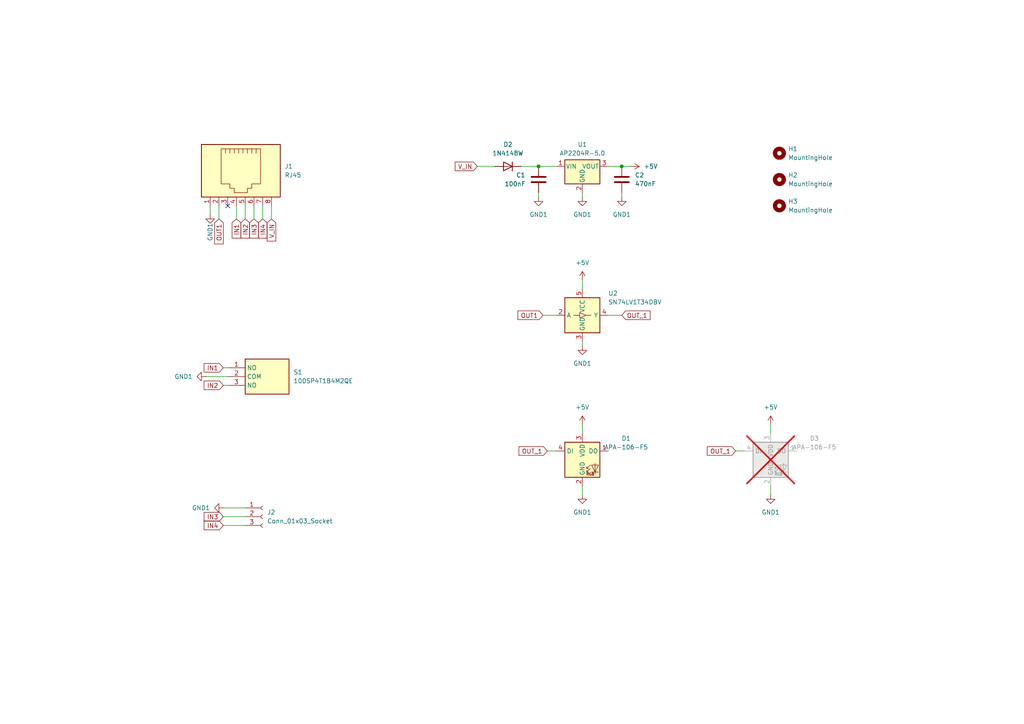
<source format=kicad_sch>
(kicad_sch (version 20230121) (generator eeschema)
  (paper "A4")
  (title_block (title "BugWiper 2.0 Control Panel PCB") (date "2025-01-27") (company "M. Scholjegerdes"))
  (lib_symbols
    (symbol "BugWiper_Lib:100SP4T1B4M2QE"
      (property "Reference" "S" (at 19.05 7.62 0))
      (property "Value" "100SP4T1B4M2QE" (at 19.05 5.08 0))
      (symbol "100SP4T1B4M2QE_1_1"
        (rectangle (start 5.08 2.54) (end 17.78 -7.62) (stroke (width 0.254)) (fill (type background)))
        (pin passive line (at 0 0 0) (length 5.08) (name "NO") (number "1"))
        (pin passive line (at 0 -2.54 0) (length 5.08) (name "COM") (number "2"))
        (pin passive line (at 0 -5.08 0) (length 5.08) (name "NO") (number "3"))
      )
    )
    (symbol "Connector:Conn_01x03_Socket" (pin_names (offset 1.016) hide)
      (property "Reference" "J" (at 0 5.08 0))
      (property "Value" "Conn_01x03_Socket" (at 0 -5.08 0))
      (symbol "Conn_01x03_Socket_1_1"
        (arc (start 0 -2.032) (mid -0.5058 -2.54) (end 0 -3.048) (stroke (width 0.1524)))
        (polyline (pts (xy -1.27 -2.54) (xy -0.508 -2.54)) (stroke (width 0.1524)))
        (polyline (pts (xy -1.27 0) (xy -0.508 0)) (stroke (width 0.1524)))
        (polyline (pts (xy -1.27 2.54) (xy -0.508 2.54)) (stroke (width 0.1524)))
        (arc (start 0 0.508) (mid -0.5058 0) (end 0 -0.508) (stroke (width 0.1524)))
        (arc (start 0 3.048) (mid -0.5058 2.54) (end 0 2.032) (stroke (width 0.1524)))
        (pin passive line (at -5.08 2.54 0) (length 3.81) (name "Pin_1") (number "1"))
        (pin passive line (at -5.08 0 0) (length 3.81) (name "Pin_2") (number "2"))
        (pin passive line (at -5.08 -2.54 0) (length 3.81) (name "Pin_3") (number "3"))
      )
    )
    (symbol "Connector:RJ45" (pin_names (offset 1.016))
      (property "Reference" "J" (at -5.08 13.97 0))
      (property "Value" "RJ45" (at 2.54 13.97 0))
      (symbol "RJ45_0_1"
        (polyline (pts (xy -5.08 4.445) (xy -6.35 4.445)))
        (polyline (pts (xy -5.08 5.715) (xy -6.35 5.715)))
        (polyline (pts (xy -6.35 -3.175) (xy -5.08 -3.175) (xy -5.08 -3.175)))
        (polyline (pts (xy -6.35 -1.905) (xy -5.08 -1.905) (xy -5.08 -1.905)))
        (polyline (pts (xy -6.35 -0.635) (xy -5.08 -0.635) (xy -5.08 -0.635)))
        (polyline (pts (xy -6.35 0.635) (xy -5.08 0.635) (xy -5.08 0.635)))
        (polyline (pts (xy -6.35 1.905) (xy -5.08 1.905) (xy -5.08 1.905)))
        (polyline (pts (xy -5.08 3.175) (xy -6.35 3.175) (xy -6.35 3.175)))
        (polyline (pts (xy -6.35 -4.445) (xy -6.35 6.985) (xy 3.81 6.985) (xy 3.81 4.445) (xy 5.08 4.445) (xy 5.08 3.175) (xy 6.35 3.175) (xy 6.35 -0.635) (xy 5.08 -0.635) (xy 5.08 -1.905) (xy 3.81 -1.905) (xy 3.81 -4.445) (xy -6.35 -4.445) (xy -6.35 -4.445)))
        (rectangle (start 7.62 12.7) (end -7.62 -10.16) (stroke (width 0.254)) (fill (type background)))
      )
      (symbol "RJ45_1_1"
        (pin passive line (at 10.16 -7.62 180) (length 2.54) (name "~") (number "1"))
        (pin passive line (at 10.16 -5.08 180) (length 2.54) (name "~") (number "2"))
        (pin passive line (at 10.16 -2.54 180) (length 2.54) (name "~") (number "3"))
        (pin passive line (at 10.16 0 180) (length 2.54) (name "~") (number "4"))
        (pin passive line (at 10.16 2.54 180) (length 2.54) (name "~") (number "5"))
        (pin passive line (at 10.16 5.08 180) (length 2.54) (name "~") (number "6"))
        (pin passive line (at 10.16 7.62 180) (length 2.54) (name "~") (number "7"))
        (pin passive line (at 10.16 10.16 180) (length 2.54) (name "~") (number "8"))
      )
    )
    (symbol "Device:C" (pin_numbers hide) (pin_names (offset 0.254))
      (property "Reference" "C" (at 0.635 2.54 0))
      (property "Value" "C" (at 0.635 -2.54 0))
      (symbol "C_0_1"
        (polyline (pts (xy -2.032 -0.762) (xy 2.032 -0.762)) (stroke (width 0.508)))
        (polyline (pts (xy -2.032 0.762) (xy 2.032 0.762)) (stroke (width 0.508)))
      )
      (symbol "C_1_1"
        (pin passive line (at 0 3.81 270) (length 2.794) (name "~") (number "1"))
        (pin passive line (at 0 -3.81 90) (length 2.794) (name "~") (number "2"))
      )
    )
    (symbol "Diode:1N4148W" (pin_numbers hide) (pin_names hide)
      (property "Reference" "D" (at 0 2.54 0))
      (property "Value" "1N4148W" (at 0 -2.54 0))
      (symbol "1N4148W_0_1"
        (polyline (pts (xy -1.27 1.27) (xy -1.27 -1.27)) (stroke (width 0.254)))
        (polyline (pts (xy 1.27 0) (xy -1.27 0)))
        (polyline (pts (xy 1.27 1.27) (xy 1.27 -1.27) (xy -1.27 0) (xy 1.27 1.27)) (stroke (width 0.254)))
      )
      (symbol "1N4148W_1_1"
        (pin passive line (at -3.81 0 0) (length 2.54) (name "K") (number "1"))
        (pin passive line (at 3.81 0 180) (length 2.54) (name "A") (number "2"))
      )
    )
    (symbol "LED:APA-106-F5"
      (property "Reference" "D" (at 5.08 5.715 0))
      (property "Value" "APA-106-F5" (at 1.27 -5.715 0))
      (symbol "APA-106-F5_0_0"
        (text "RGB" (at 2.286 -4.191 0) (effects (font (size 0.762 0.762))))
      )
      (symbol "APA-106-F5_0_1"
        (polyline (pts (xy 1.27 -3.556) (xy 1.778 -3.556)))
        (polyline (pts (xy 1.27 -2.54) (xy 1.778 -2.54)))
        (polyline (pts (xy 4.699 -3.556) (xy 2.667 -3.556)))
        (polyline (pts (xy 2.286 -2.54) (xy 1.27 -3.556) (xy 1.27 -3.048)))
        (polyline (pts (xy 2.286 -1.524) (xy 1.27 -2.54) (xy 1.27 -2.032)))
        (polyline (pts (xy 3.683 -1.016) (xy 3.683 -3.556) (xy 3.683 -4.064)))
        (polyline (pts (xy 4.699 -1.524) (xy 2.667 -1.524) (xy 3.683 -3.556) (xy 4.699 -1.524)))
        (rectangle (start 5.08 5.08) (end -5.08 -5.08) (stroke (width 0.254)) (fill (type background)))
      )
      (symbol "APA-106-F5_1_1"
        (pin output line (at 7.62 2.54 180) (length 2.54) (name "DO") (number "1"))
        (pin power_in line (at 0 -7.62 90) (length 2.54) (name "GND") (number "2"))
        (pin power_in line (at 0 7.62 270) (length 2.54) (name "VDD") (number "3"))
        (pin input line (at -7.62 2.54 0) (length 2.54) (name "DI") (number "4"))
      )
    )
    (symbol "Logic_LevelTranslator:SN74LV1T34DBV"
      (property "Reference" "U" (at 5.08 6.35 0))
      (property "Value" "SN74LV1T34DBV" (at 5.08 3.81 0))
      (symbol "SN74LV1T34DBV_0_1"
        (rectangle (start -5.08 5.08) (end 5.08 -5.08) (stroke (width 0.254)) (fill (type background)))
        (polyline (pts (xy -0.762 0) (xy -2.54 0)))
        (polyline (pts (xy 1.016 0) (xy 2.54 0)))
      )
      (symbol "SN74LV1T34DBV_1_1"
        (polyline (pts (xy -0.762 -0.762) (xy -0.762 0.762) (xy 1.016 0) (xy -0.762 -0.762)))
        (pin no_connect line (at -5.08 2.54 0) (length 2.54) hide (name "NC") (number "1"))
        (pin input line (at -7.62 0 0) (length 2.54) (name "A") (number "2"))
        (pin power_in line (at 0 -7.62 90) (length 2.54) (name "GND") (number "3"))
        (pin output line (at 7.62 0 180) (length 2.54) (name "Y") (number "4"))
        (pin power_in line (at 0 7.62 270) (length 2.54) (name "VCC") (number "5"))
      )
    )
    (symbol "Mechanical:MountingHole" (pin_names (offset 1.016))
      (property "Reference" "H" (at 0 5.08 0))
      (property "Value" "MountingHole" (at 0 3.175 0))
      (symbol "MountingHole_0_1"
        (circle (center 0 0) (radius 1.27) (stroke (width 1.27)))
      )
    )
    (symbol "Regulator_Linear:AP2204R-5.0" (pin_names (offset 0.254))
      (property "Reference" "U" (at -5.08 3.175 0))
      (property "Value" "AP2204R-5.0" (at 0 3.175 0))
      (symbol "AP2204R-5.0_0_1"
        (rectangle (start -5.08 1.905) (end 5.08 -5.08) (stroke (width 0.254)) (fill (type background)))
      )
      (symbol "AP2204R-5.0_1_1"
        (pin power_in line (at -7.62 0 0) (length 2.54) (name "VIN") (number "1"))
        (pin power_in line (at 0 -7.62 90) (length 2.54) (name "GND") (number "2"))
        (pin power_out line (at 7.62 0 180) (length 2.54) (name "VOUT") (number "3"))
      )
    )
    (symbol "power:+5V" (power) (pin_names (offset 0))
      (property "Value" "+5V" (at 0 3.556 0))
      (symbol "+5V_0_1"
        (polyline (pts (xy -0.762 1.27) (xy 0 2.54)))
        (polyline (pts (xy 0 0) (xy 0 2.54)))
        (polyline (pts (xy 0 2.54) (xy 0.762 1.27)))
      )
      (symbol "+5V_1_1"
        (pin power_in line (at 0 0 90) (length 0) hide (name "+5V") (number "1"))
      )
    )
    (symbol "power:GND1" (power) (pin_names (offset 0))
      (property "Value" "GND1" (at 0 -3.81 0))
      (symbol "GND1_0_1"
        (polyline (pts (xy 0 0) (xy 0 -1.27) (xy 1.27 -1.27) (xy 0 -2.54) (xy -1.27 -1.27) (xy 0 -1.27)))
      )
      (symbol "GND1_1_1"
        (pin power_in line (at 0 0 270) (length 0) hide (name "GND1") (number "1"))
      )
    )
  )
  (junction (at 180.34 48.26))
  (junction (at 156.21 48.26))
  (no_connect (at 66.04 59.69))
  (wire (pts (xy 138.43 48.26) (xy 143.51 48.26)))
  (wire (pts (xy 213.36 130.81) (xy 215.9 130.81)))
  (wire (pts (xy 78.74 59.69) (xy 78.74 63.5)))
  (wire (pts (xy 63.5 59.69) (xy 63.5 63.5)))
  (wire (pts (xy 180.34 55.88) (xy 180.34 57.15)))
  (wire (pts (xy 180.34 48.26) (xy 182.88 48.26)))
  (wire (pts (xy 158.75 130.81) (xy 161.29 130.81)))
  (wire (pts (xy 223.52 123.19) (xy 223.52 125.73)))
  (wire (pts (xy 64.77 152.4) (xy 71.12 152.4)))
  (wire (pts (xy 64.77 111.76) (xy 66.04 111.76)))
  (wire (pts (xy 71.12 59.69) (xy 71.12 63.5)))
  (wire (pts (xy 151.13 48.26) (xy 156.21 48.26)))
  (wire (pts (xy 156.21 55.88) (xy 156.21 57.15)))
  (wire (pts (xy 73.66 59.69) (xy 73.66 63.5)))
  (wire (pts (xy 168.91 55.88) (xy 168.91 57.15)))
  (wire (pts (xy 59.69 109.22) (xy 66.04 109.22)))
  (wire (pts (xy 223.52 140.97) (xy 223.52 143.51)))
  (wire (pts (xy 68.58 59.69) (xy 68.58 63.5)))
  (wire (pts (xy 168.91 99.06) (xy 168.91 100.33)))
  (wire (pts (xy 176.53 48.26) (xy 180.34 48.26)))
  (wire (pts (xy 168.91 81.28) (xy 168.91 83.82)))
  (wire (pts (xy 64.77 147.32) (xy 71.12 147.32)))
  (wire (pts (xy 64.77 149.86) (xy 71.12 149.86)))
  (wire (pts (xy 60.96 59.69) (xy 60.96 62.23)))
  (wire (pts (xy 176.53 91.44) (xy 180.34 91.44)))
  (wire (pts (xy 76.2 59.69) (xy 76.2 63.5)))
  (wire (pts (xy 168.91 123.19) (xy 168.91 125.73)))
  (wire (pts (xy 156.21 48.26) (xy 161.29 48.26)))
  (wire (pts (xy 168.91 140.97) (xy 168.91 143.51)))
  (wire (pts (xy 64.77 106.68) (xy 66.04 106.68)))
  (wire (pts (xy 157.48 91.44) (xy 161.29 91.44)))
  (global_label "IN4" (shape input) (at 64.77 152.4 180) (property "Intersheetrefs" "${INTERSHEET_REFS}" (effects hide)))
  (global_label "OUT_1" (shape input) (at 158.75 130.81 180) (property "Intersheetrefs" "${INTERSHEET_REFS}" (effects hide)))
  (global_label "V_IN" (shape input) (at 138.43 48.26 180) (property "Intersheetrefs" "${INTERSHEET_REFS}" (effects hide)))
  (global_label "OUT1" (shape input) (at 63.5 63.5 270) (property "Intersheetrefs" "${INTERSHEET_REFS}" (effects hide)))
  (global_label "IN2" (shape input) (at 71.12 63.5 270) (property "Intersheetrefs" "${INTERSHEET_REFS}" (effects hide)))
  (global_label "IN4" (shape input) (at 76.2 63.5 270) (property "Intersheetrefs" "${INTERSHEET_REFS}" (effects hide)))
  (global_label "OUT_1" (shape input) (at 180.34 91.44 0) (property "Intersheetrefs" "${INTERSHEET_REFS}" (effects hide)))
  (global_label "IN1" (shape input) (at 64.77 106.68 180) (property "Intersheetrefs" "${INTERSHEET_REFS}" (effects hide)))
  (global_label "OUT_1" (shape input) (at 213.36 130.81 180) (property "Intersheetrefs" "${INTERSHEET_REFS}" (effects hide)))
  (global_label "V_IN" (shape input) (at 78.74 63.5 270) (property "Intersheetrefs" "${INTERSHEET_REFS}" (effects hide)))
  (global_label "IN3" (shape input) (at 73.66 63.5 270) (property "Intersheetrefs" "${INTERSHEET_REFS}" (effects hide)))
  (global_label "IN3" (shape input) (at 64.77 149.86 180) (property "Intersheetrefs" "${INTERSHEET_REFS}" (effects hide)))
  (global_label "IN1" (shape input) (at 68.58 63.5 270) (property "Intersheetrefs" "${INTERSHEET_REFS}" (effects hide)))
  (global_label "OUT1" (shape input) (at 157.48 91.44 180) (property "Intersheetrefs" "${INTERSHEET_REFS}" (effects hide)))
  (global_label "IN2" (shape input) (at 64.77 111.76 180) (property "Intersheetrefs" "${INTERSHEET_REFS}" (effects hide)))
  (symbol (lib_id "BugWiper_Lib:100SP4T1B4M2QE") (at 66.04 106.68 0) (unit 1)
    (property "Reference" "S1" (at 85.09 107.95 0) (effects (justify left)))
    (property "Value" "100SP4T1B4M2QE" (at 85.09 110.49 0) (effects (justify left)))
    (property "Footprint" "100SP4T1B4M2QE" (effects hide))
    (property "Datasheet" "https://componentsearchengine.com/Datasheets/1/100SP4T1B4M2QE.pdf" (effects hide))
    (property "Height" "28.44" (effects hide))
    (property "Mouser Part Number" "612-100SP4T1B4M2QE" (effects hide))
    (property "Mouser Price/Stock" "https://www.mouser.com/Search/Refine.aspx?Keyword=612-100SP4T1B4M2QE" (effects hide))
    (property "Manufacturer_Name" "E-Switch" (effects hide))
    (property "Manufacturer_Part_Number" "100SP4T1B4M2QE" (effects hide))
  )
  (symbol (lib_id "power:GND1") (at 59.69 109.22 270) (unit 1)
    (property "Reference" "#PWR01" (effects hide))
    (property "Value" "GND1" (at 55.88 109.22 90) (effects (justify right)))
  )
  (symbol (lib_id "power:GND1") (at 223.52 143.51 0) (unit 1)
    (property "Reference" "#PWR08" (effects hide))
    (property "Value" "GND1" (at 223.52 148.59 0))
  )
  (symbol (lib_id "power:GND1") (at 168.91 57.15 0) (unit 1)
    (property "Reference" "#PWR05" (effects hide))
    (property "Value" "GND1" (at 168.91 62.23 0))
  )
  (symbol (lib_id "power:+5V") (at 223.52 123.19 0) (unit 1)
    (property "Reference" "#PWR07" (effects hide))
    (property "Value" "+5V" (at 223.52 118.11 0))
  )
  (symbol (lib_id "Logic_LevelTranslator:SN74LV1T34DBV") (at 168.91 91.44 0) (unit 1)
    (property "Reference" "U2" (at 177.8 85.09 0))
    (property "Value" "SN74LV1T34DBV" (at 184.15 87.63 0))
    (property "Footprint" "Package_TO_SOT_SMD:SOT-23-5" (effects hide))
    (property "Datasheet" "https://www.ti.com/lit/ds/symlink/sn74lv1t34.pdf" (effects hide))
  )
  (symbol (lib_id "power:GND1") (at 168.91 143.51 0) (unit 1)
    (property "Reference" "#PWR04" (effects hide))
    (property "Value" "GND1" (at 168.91 148.59 0))
  )
  (symbol (lib_id "Mechanical:MountingHole") (at 226.06 44.45 0) (unit 1)
    (property "Reference" "H1" (at 228.6 43.18 0) (effects (justify left)))
    (property "Value" "MountingHole" (at 228.6 45.72 0) (effects (justify left)))
    (property "Footprint" "MountingHole:MountingHole_2.2mm_M2_DIN965" (effects hide))
  )
  (symbol (lib_id "Connector:Conn_01x03_Socket") (at 76.2 149.86 0) (unit 1)
    (property "Reference" "J2" (at 77.47 148.59 0) (effects (justify left)))
    (property "Value" "Conn_01x03_Socket" (at 77.47 151.13 0) (effects (justify left)))
    (property "Footprint" "Connector_PinHeader_2.54mm:PinHeader_1x03_P2.54mm_Vertical" (effects hide))
  )
  (symbol (lib_id "LED:APA-106-F5") (at 168.91 133.35 0) (unit 1)
    (property "Reference" "D1" (at 181.61 127.1621 0))
    (property "Value" "APA-106-F5" (at 181.61 129.7021 0))
    (property "Footprint" "LED_THT:LED_D5.0mm-4_RGB" (effects hide))
    (property "Datasheet" "https://cdn.sparkfun.com/datasheets/Components/LED/COM-12877.pdf" (effects hide))
  )
  (symbol (lib_id "LED:APA-106-F5") (at 223.52 133.35 0) (unit 1) (dnp yes)
    (property "Reference" "D3" (at 236.22 127.1621 0))
    (property "Value" "APA-106-F5" (at 236.22 129.7021 0))
    (property "Footprint" "LED_THT:LED_D5.0mm-4_RGB" (effects hide))
    (property "Datasheet" "https://cdn.sparkfun.com/datasheets/Components/LED/COM-12877.pdf" (effects hide))
  )
  (symbol (lib_id "power:GND1") (at 168.91 100.33 0) (unit 1)
    (property "Reference" "#PWR012" (effects hide))
    (property "Value" "GND1" (at 168.91 105.41 0))
  )
  (symbol (lib_id "Diode:1N4148W") (at 147.32 48.26 180) (unit 1)
    (property "Reference" "D2" (at 147.32 41.91 0))
    (property "Value" "1N4148W" (at 147.32 44.45 0))
    (property "Footprint" "Diode_SMD:D_SOD-123" (effects hide))
    (property "Datasheet" "https://www.vishay.com/docs/85748/1n4148w.pdf" (effects hide))
    (property "Sim.Device" "D" (effects hide))
    (property "Sim.Pins" "1=K 2=A" (effects hide))
  )
  (symbol (lib_id "power:+5V") (at 182.88 48.26 270) (unit 1)
    (property "Reference" "#PWR02" (effects hide))
    (property "Value" "+5V" (at 186.69 48.26 90) (effects (justify left)))
  )
  (symbol (lib_id "Device:C") (at 180.34 52.07 0) (unit 1)
    (property "Reference" "C2" (at 184.15 50.8 0) (effects (justify left)))
    (property "Value" "470nF" (at 184.15 53.34 0) (effects (justify left)))
    (property "Footprint" "Capacitor_SMD:C_0603_1608Metric" (effects hide))
  )
  (symbol (lib_id "Regulator_Linear:AP2204R-5.0") (at 168.91 48.26 0) (unit 1)
    (property "Reference" "U1" (at 168.91 41.91 0))
    (property "Value" "AP2204R-5.0" (at 168.91 44.45 0))
    (property "Footprint" "Package_TO_SOT_SMD:SOT-89-3" (effects hide))
    (property "Datasheet" "https://www.diodes.com/assets/Datasheets/AP2204.pdf" (effects hide))
  )
  (symbol (lib_id "Mechanical:MountingHole") (at 226.06 52.07 0) (unit 1)
    (property "Reference" "H2" (at 228.6 50.8 0) (effects (justify left)))
    (property "Value" "MountingHole" (at 228.6 53.34 0) (effects (justify left)))
    (property "Footprint" "MountingHole:MountingHole_2.2mm_M2_DIN965" (effects hide))
  )
  (symbol (lib_id "power:+5V") (at 168.91 123.19 0) (unit 1)
    (property "Reference" "#PWR03" (effects hide))
    (property "Value" "+5V" (at 168.91 118.11 0))
  )
  (symbol (lib_id "power:GND1") (at 64.77 147.32 270) (unit 1)
    (property "Reference" "#PWR011" (effects hide))
    (property "Value" "GND1" (at 60.96 147.32 90) (effects (justify right)))
  )
  (symbol (lib_id "power:GND1") (at 156.21 57.15 0) (unit 1)
    (property "Reference" "#PWR09" (effects hide))
    (property "Value" "GND1" (at 156.21 62.23 0))
  )
  (symbol (lib_id "Mechanical:MountingHole") (at 226.06 59.69 0) (unit 1)
    (property "Reference" "H3" (at 228.6 58.42 0) (effects (justify left)))
    (property "Value" "MountingHole" (at 228.6 60.96 0) (effects (justify left)))
    (property "Footprint" "MountingHole:MountingHole_2.2mm_M2_DIN965" (effects hide))
  )
  (symbol (lib_id "Device:C") (at 156.21 52.07 0) (mirror y) (unit 1)
    (property "Reference" "C1" (at 152.4 50.8 0) (effects (justify left)))
    (property "Value" "100nF" (at 152.4 53.34 0) (effects (justify left)))
    (property "Footprint" "Capacitor_SMD:C_0603_1608Metric" (effects hide))
  )
  (symbol (lib_id "Connector:RJ45") (at 68.58 49.53 270) (unit 1)
    (property "Reference" "J1" (at 82.55 48.26 90) (effects (justify left)))
    (property "Value" "RJ45" (at 82.55 50.8 90) (effects (justify left)))
    (property "Footprint" "BugWiper_lib:MJ3415882" (effects hide))
  )
  (symbol (lib_id "power:+5V") (at 168.91 81.28 0) (unit 1)
    (property "Reference" "#PWR013" (effects hide))
    (property "Value" "+5V" (at 168.91 76.2 0))
  )
  (symbol (lib_id "power:GND1") (at 180.34 57.15 0) (unit 1)
    (property "Reference" "#PWR010" (effects hide))
    (property "Value" "GND1" (at 180.34 62.23 0))
  )
  (symbol (lib_id "power:GND1") (at 60.96 62.23 0) (mirror y) (unit 1)
    (property "Reference" "#PWR06" (effects hide))
    (property "Value" "GND1" (at 60.96 67.31 90))
  )
)
</source>
